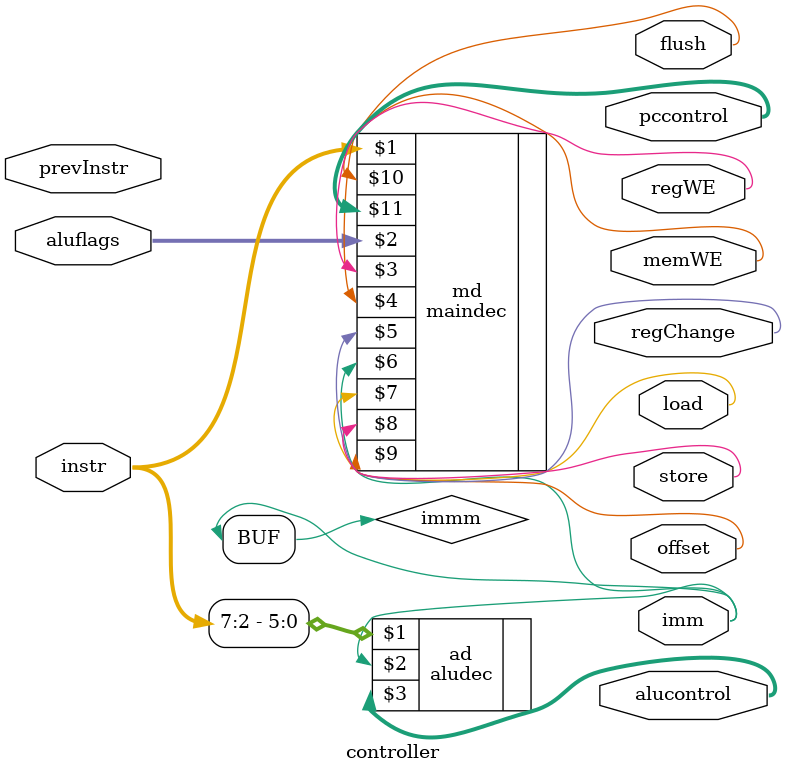
<source format=sv>
`ifndef CONTROLLER
`define CONTROLLER

`include "./decoder.sv"
`include "./aludec.sv"

module controller(
    //
    // ---------------- PORT DEFINITIONS ----------------
    //
    input logic [7:0] instr, prevInstr,
    input logic [3:0] aluflags,
    output logic regWE, memWE, regChange, imm, load, store, offset, flush,
    output logic [2:0] pccontrol,
    output logic [3:0] alucontrol
);
    //
    // ---------------- MODULE DESIGN IMPLEMENTATION ----------------
    //
    
    logic immm;
    assign immm = imm;
    maindec md(instr, aluflags, regWE, memWE, regChange, imm, load, store, offset, flush, pccontrol);
    aludec ad(instr[7:2],immm,alucontrol);

endmodule

`endif // CONTROLLER







</source>
